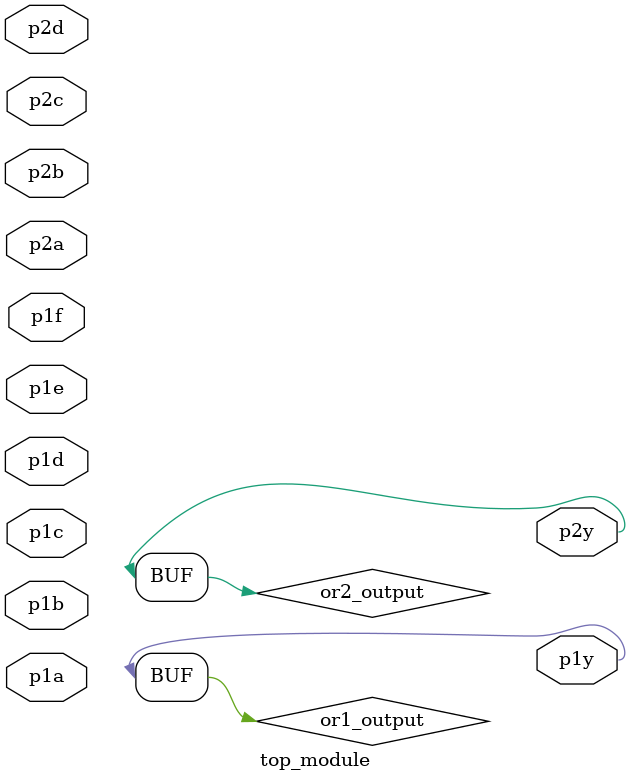
<source format=sv>
module top_module(
	input p1a, 
	input p1b, 
	input p1c, 
	input p1d,
	input p1e,
	input p1f,
	output p1y, 
	input p2a, 
	input p2b, 
	input p2c, 
	input p2d, 
	output p2y
);

	// Internal wires to connect the gates
	wire and1_output;
	wire and2_output;
	wire and3_output;
	wire and4_output;
	wire or1_output;
	wire or2_output;
	
	// AND gates
	and and1 (
		.a(p1a),
		.b(p1b),
		.c(p1c),
		.z(and1_output)
	);
	and and2 (
		.a(p1d),
		.b(p1e),
		.c(p1f),
		.z(and2_output)
	);
	and and3 (
		.a(p2a),
		.b(p2b),
		.z(and3_output)
	);
	and and4 (
		.a(p2c),
		.b(p2d),
		.z(and4_output)
	);
	
	// OR gates
	or or1 (
		.a(and1_output),
		.b(and2_output),
		.z(or1_output)
	);
	or or2 (
		.a(and3_output),
		.b(and4_output),
		.z(or2_output)
	);
	
	// Output assignments
	assign p1y = or1_output;
	assign p2y = or2_output;

endmodule

</source>
